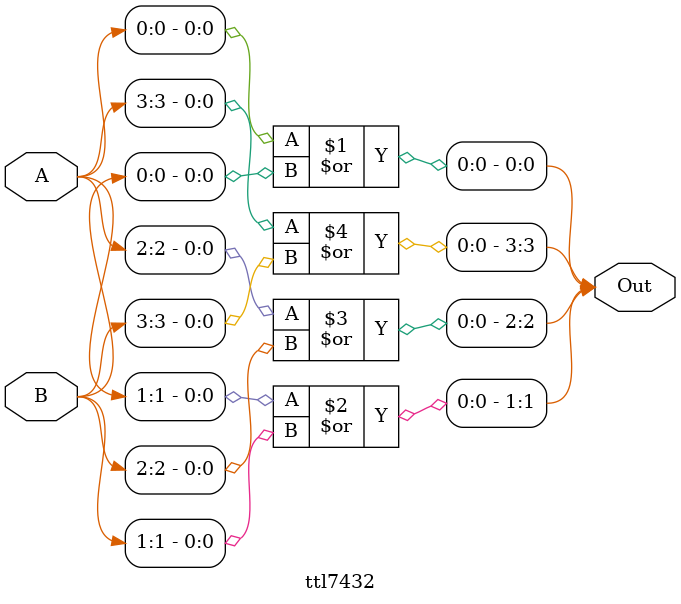
<source format=v>
module ttl7432(Out, A, B);
    output [3:0] Out;
    input [3:0] A;
    input [3:0] B;

    or #15 (Out[0], A[0], B[0]);
    or #15 (Out[1], A[1], B[1]);
    or #15 (Out[2], A[2], B[2]);
    or #15 (Out[3], A[3], B[3]);
endmodule

</source>
